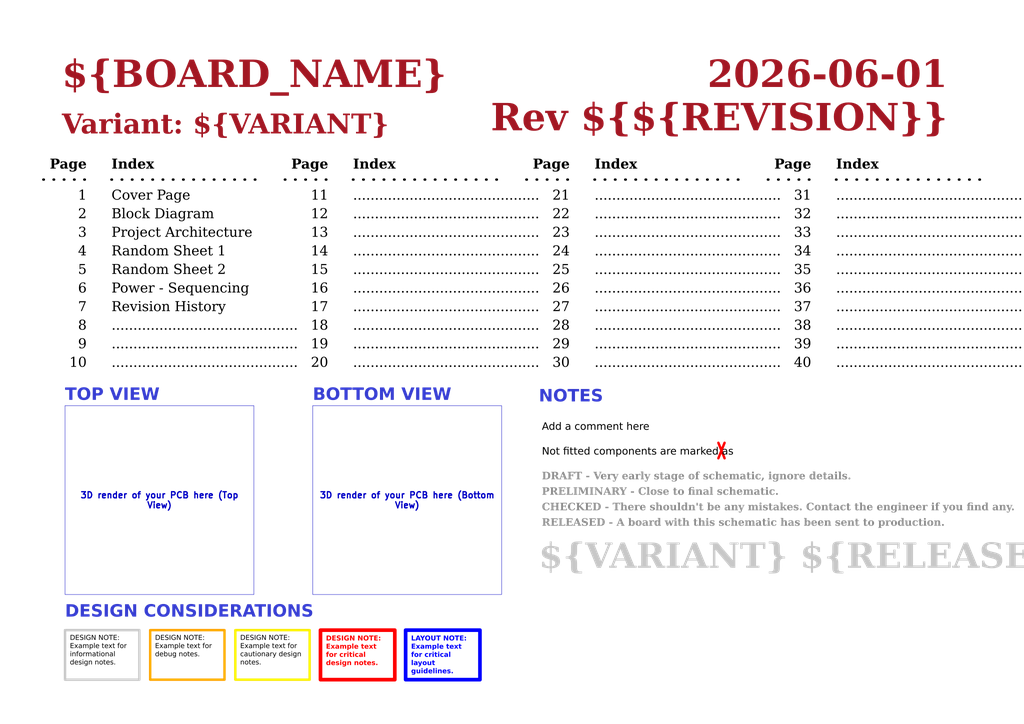
<source format=kicad_sch>
(kicad_sch
	(version 20250114)
	(generator "eeschema")
	(generator_version "9.0")
	(uuid "0650c7a8-acba-429c-9f8e-eec0baf0bc1c")
	(paper "A3")
	(title_block
		(title "Cover Page")
		(date "Last Modified Date")
		(rev "${REVISION}")
		(company "${COMPANY}")
	)
	(lib_symbols)
	(text "9"
		(exclude_from_sim no)
		(at 35.56 144.78 0)
		(effects
			(font
				(face "Times New Roman")
				(size 4 4)
				(color 0 0 0 1)
			)
			(justify right bottom)
			(href "#9")
		)
		(uuid "0171ecc8-df6f-418e-95ea-db73cf975716")
	)
	(text "BOTTOM VIEW"
		(exclude_from_sim no)
		(at 128.27 166.37 0)
		(effects
			(font
				(face "Arial")
				(size 5 5)
				(bold yes)
				(color 53 60 207 1)
			)
			(justify left bottom)
		)
		(uuid "041ff709-0f5e-466e-adab-d03afffd90b7")
	)
	(text "..........................................."
		(exclude_from_sim no)
		(at 243.84 99.06 0)
		(effects
			(font
				(face "Times New Roman")
				(size 4 4)
				(color 0 0 0 1)
			)
			(justify left bottom)
			(href "#23")
		)
		(uuid "0647f622-b644-4538-802a-42edf8cdccc5")
	)
	(text "13"
		(exclude_from_sim no)
		(at 134.62 99.06 0)
		(effects
			(font
				(face "Times New Roman")
				(size 4 4)
				(color 0 0 0 1)
			)
			(justify right bottom)
			(href "#13")
		)
		(uuid "09a9f005-609a-4854-9ba5-f5a5e7b8d7c7")
	)
	(text "RELEASED - A board with this schematic has been sent to production."
		(exclude_from_sim no)
		(at 222.25 217.17 0)
		(effects
			(font
				(face "Times New Roman")
				(size 3 3)
				(thickness 0.6)
				(bold yes)
				(color 140 140 140 1)
			)
			(justify left bottom)
		)
		(uuid "10cbc67f-d688-44d7-9e2b-bee41b99ad5c")
	)
	(text "Page"
		(exclude_from_sim no)
		(at 332.74 71.12 0)
		(effects
			(font
				(face "Times New Roman")
				(size 4 4)
				(bold yes)
				(color 0 0 0 1)
			)
			(justify right bottom)
		)
		(uuid "1b60c0cc-bf04-4615-8796-1ecc890b346a")
	)
	(text "TOP VIEW"
		(exclude_from_sim no)
		(at 26.67 166.37 0)
		(effects
			(font
				(face "Arial")
				(size 5 5)
				(bold yes)
				(color 53 60 207 1)
			)
			(justify left bottom)
		)
		(uuid "1c033b5c-f50d-4e0f-94c4-59e72fb244de")
	)
	(text "3"
		(exclude_from_sim no)
		(at 35.56 99.06 0)
		(effects
			(font
				(face "Times New Roman")
				(size 4 4)
				(color 0 0 0 1)
			)
			(justify right bottom)
			(href "#3")
		)
		(uuid "1dd16a1b-b3b8-42a1-b678-3a7b261e7284")
	)
	(text "38"
		(exclude_from_sim no)
		(at 332.74 137.16 0)
		(effects
			(font
				(face "Times New Roman")
				(size 4 4)
				(color 0 0 0 1)
			)
			(justify right bottom)
			(href "#38")
		)
		(uuid "2d20025d-61e4-451d-b51e-153fedc44d68")
	)
	(text "..........................................."
		(exclude_from_sim no)
		(at 45.72 152.4 0)
		(effects
			(font
				(face "Times New Roman")
				(size 4 4)
				(color 0 0 0 1)
			)
			(justify left bottom)
			(href "#10")
		)
		(uuid "2df49b6e-980f-4a01-ab23-c61ed27bd1b8")
	)
	(text "..........................................."
		(exclude_from_sim no)
		(at 45.72 144.78 0)
		(effects
			(font
				(face "Times New Roman")
				(size 4 4)
				(color 0 0 0 1)
			)
			(justify left bottom)
			(href "#9")
		)
		(uuid "319dfe95-cf7d-4b95-aa65-2f948d7bd6bc")
	)
	(text "..........................................."
		(exclude_from_sim no)
		(at 45.72 137.16 0)
		(effects
			(font
				(face "Times New Roman")
				(size 4 4)
				(color 0 0 0 1)
			)
			(justify left bottom)
			(href "#8")
		)
		(uuid "339f13bd-0896-43a1-925e-733e36e395bd")
	)
	(text "..........................................."
		(exclude_from_sim no)
		(at 144.78 121.92 0)
		(effects
			(font
				(face "Times New Roman")
				(size 4 4)
				(color 0 0 0 1)
			)
			(justify left bottom)
			(href "#16")
		)
		(uuid "34c28277-d6a5-4104-8740-b78485a8ff4c")
	)
	(text "1"
		(exclude_from_sim no)
		(at 35.56 83.82 0)
		(effects
			(font
				(face "Times New Roman")
				(size 4 4)
				(color 0 0 0 1)
			)
			(justify right bottom)
			(href "#1")
		)
		(uuid "3691ab49-6c05-4886-869a-12221f52fdee")
	)
	(text "Not fitted components are marked as"
		(exclude_from_sim no)
		(at 222.25 187.96 0)
		(effects
			(font
				(face "Arial")
				(size 3 3)
				(color 0 0 0 1)
			)
			(justify left bottom)
		)
		(uuid "3e121d9b-11e9-4895-9779-ade93d5b2a88")
	)
	(text "..........................................."
		(exclude_from_sim no)
		(at 243.84 152.4 0)
		(effects
			(font
				(face "Times New Roman")
				(size 4 4)
				(color 0 0 0 1)
			)
			(justify left bottom)
			(href "#30")
		)
		(uuid "41bb0f90-1135-4d50-9d44-9fb04444ecf6")
	)
	(text "Index"
		(exclude_from_sim no)
		(at 45.72 71.12 0)
		(effects
			(font
				(face "Times New Roman")
				(size 4 4)
				(bold yes)
				(color 0 0 0 1)
			)
			(justify left bottom)
		)
		(uuid "44841f0e-187c-41b9-a570-9f74973319c9")
	)
	(text "..........................................."
		(exclude_from_sim no)
		(at 144.78 99.06 0)
		(effects
			(font
				(face "Times New Roman")
				(size 4 4)
				(color 0 0 0 1)
			)
			(justify left bottom)
			(href "#13")
		)
		(uuid "461ef4aa-5f24-4935-a427-92bbc78a05f3")
	)
	(text "Index"
		(exclude_from_sim no)
		(at 144.78 71.12 0)
		(effects
			(font
				(face "Times New Roman")
				(size 4 4)
				(bold yes)
				(color 0 0 0 1)
			)
			(justify left bottom)
		)
		(uuid "4773b195-e777-483d-bd5a-5b18be14b485")
	)
	(text "27"
		(exclude_from_sim no)
		(at 233.68 129.54 0)
		(effects
			(font
				(face "Times New Roman")
				(size 4 4)
				(color 0 0 0 1)
			)
			(justify right bottom)
			(href "#27")
		)
		(uuid "47e5ef3a-a936-4417-8e04-a70df1a04676")
	)
	(text "15"
		(exclude_from_sim no)
		(at 134.62 114.3 0)
		(effects
			(font
				(face "Times New Roman")
				(size 4 4)
				(color 0 0 0 1)
			)
			(justify right bottom)
			(href "#15")
		)
		(uuid "48cae9b2-9935-4ee2-a962-685c04325434")
	)
	(text "6"
		(exclude_from_sim no)
		(at 35.56 121.92 0)
		(effects
			(font
				(face "Times New Roman")
				(size 4 4)
				(color 0 0 0 1)
			)
			(justify right bottom)
			(href "#6")
		)
		(uuid "4aa9b67c-c657-48d1-abb0-497faf20008a")
	)
	(text "PRELIMINARY - Close to final schematic."
		(exclude_from_sim no)
		(at 222.25 204.47 0)
		(effects
			(font
				(face "Times New Roman")
				(size 3 3)
				(thickness 0.6)
				(bold yes)
				(color 140 140 140 1)
			)
			(justify left bottom)
		)
		(uuid "4b75d6be-e2b4-4862-a5fd-f3239bff6734")
	)
	(text "24"
		(exclude_from_sim no)
		(at 233.68 106.68 0)
		(effects
			(font
				(face "Times New Roman")
				(size 4 4)
				(color 0 0 0 1)
			)
			(justify right bottom)
			(href "#24")
		)
		(uuid "4d10b8f7-ee9d-4539-987e-2871a213b2d6")
	)
	(text "${VARIANT} ${RELEASE_DATE}"
		(exclude_from_sim no)
		(at 220.98 237.49 0)
		(effects
			(font
				(face "Times New Roman")
				(size 10.16 10.16)
				(thickness 0.6)
				(bold yes)
				(color 200 200 200 1)
			)
			(justify left bottom)
		)
		(uuid "4f144e11-d681-45f3-b92d-dea6c28023e4")
	)
	(text "Page"
		(exclude_from_sim no)
		(at 35.56 71.12 0)
		(effects
			(font
				(face "Times New Roman")
				(size 4 4)
				(bold yes)
				(color 0 0 0 1)
			)
			(justify right bottom)
		)
		(uuid "5216de6a-28ab-4e49-a422-9fd32d8fed67")
	)
	(text "Random Sheet 1"
		(exclude_from_sim no)
		(at 45.72 106.68 0)
		(effects
			(font
				(face "Times New Roman")
				(size 4 4)
				(color 0 0 0 1)
			)
			(justify left bottom)
			(href "#4")
		)
		(uuid "547bb3ec-bec4-4b68-a38e-2ac56be29bd3")
	)
	(text "..........................................."
		(exclude_from_sim no)
		(at 243.84 129.54 0)
		(effects
			(font
				(face "Times New Roman")
				(size 4 4)
				(color 0 0 0 1)
			)
			(justify left bottom)
			(href "#27")
		)
		(uuid "598c6218-39d7-40a8-878a-842531c6a754")
	)
	(text "8"
		(exclude_from_sim no)
		(at 35.56 137.16 0)
		(effects
			(font
				(face "Times New Roman")
				(size 4 4)
				(color 0 0 0 1)
			)
			(justify right bottom)
			(href "#8")
		)
		(uuid "5dd35c87-2aeb-4c16-ab79-fbda71c4347a")
	)
	(text "14"
		(exclude_from_sim no)
		(at 134.62 106.68 0)
		(effects
			(font
				(face "Times New Roman")
				(size 4 4)
				(color 0 0 0 1)
			)
			(justify right bottom)
			(href "#14")
		)
		(uuid "5e529423-56be-4ad0-9794-38b960fa0634")
	)
	(text "..........................................."
		(exclude_from_sim no)
		(at 342.9 137.16 0)
		(effects
			(font
				(face "Times New Roman")
				(size 4 4)
				(color 0 0 0 1)
			)
			(justify left bottom)
			(href "#38")
		)
		(uuid "5ec61f31-3c66-4623-97e5-d26d3b9bb1be")
	)
	(text "..........................................."
		(exclude_from_sim no)
		(at 342.9 152.4 0)
		(effects
			(font
				(face "Times New Roman")
				(size 4 4)
				(color 0 0 0 1)
			)
			(justify left bottom)
			(href "#40")
		)
		(uuid "65f25bf1-cc7d-4807-9afa-0a0ac612f9b3")
	)
	(text "23"
		(exclude_from_sim no)
		(at 233.68 99.06 0)
		(effects
			(font
				(face "Times New Roman")
				(size 4 4)
				(color 0 0 0 1)
			)
			(justify right bottom)
			(href "#23")
		)
		(uuid "68aaa364-f788-45fb-b731-7b1eda7a6c6c")
	)
	(text "Index"
		(exclude_from_sim no)
		(at 243.84 71.12 0)
		(effects
			(font
				(face "Times New Roman")
				(size 4 4)
				(bold yes)
				(color 0 0 0 1)
			)
			(justify left bottom)
		)
		(uuid "6eee427d-5608-4f64-99d8-6d8e4391a6b0")
	)
	(text "..........................................."
		(exclude_from_sim no)
		(at 342.9 91.44 0)
		(effects
			(font
				(face "Times New Roman")
				(size 4 4)
				(color 0 0 0 1)
			)
			(justify left bottom)
			(href "#32")
		)
		(uuid "71058a62-023a-4e0a-b0c4-c0fb8bf95cc8")
	)
	(text "5"
		(exclude_from_sim no)
		(at 35.56 114.3 0)
		(effects
			(font
				(face "Times New Roman")
				(size 4 4)
				(color 0 0 0 1)
			)
			(justify right bottom)
			(href "#5")
		)
		(uuid "718e4830-a352-43f0-b9c5-1495032b5970")
	)
	(text "${CURRENT_DATE}"
		(exclude_from_sim no)
		(at 388.62 40.64 0)
		(effects
			(font
				(face "Times New Roman")
				(size 11 11)
				(thickness 1)
				(bold yes)
				(color 162 22 34 1)
			)
			(justify right bottom)
		)
		(uuid "752b8016-2b6c-433a-9e5a-755eac1f800d")
	)
	(text "26"
		(exclude_from_sim no)
		(at 233.68 121.92 0)
		(effects
			(font
				(face "Times New Roman")
				(size 4 4)
				(color 0 0 0 1)
			)
			(justify right bottom)
			(href "#26")
		)
		(uuid "78da4ba2-8c96-4e51-9a03-b14367dceea0")
	)
	(text "16"
		(exclude_from_sim no)
		(at 134.62 121.92 0)
		(effects
			(font
				(face "Times New Roman")
				(size 4 4)
				(color 0 0 0 1)
			)
			(justify right bottom)
			(href "#16")
		)
		(uuid "7a577aea-9c53-4431-8f38-6cd521e907d0")
	)
	(text "10"
		(exclude_from_sim no)
		(at 35.56 152.4 0)
		(effects
			(font
				(face "Times New Roman")
				(size 4 4)
				(color 0 0 0 1)
			)
			(justify right bottom)
			(href "#10")
		)
		(uuid "7caa34f0-df91-4ed4-bb8e-ff81315f8c93")
	)
	(text "35"
		(exclude_from_sim no)
		(at 332.74 114.3 0)
		(effects
			(font
				(face "Times New Roman")
				(size 4 4)
				(color 0 0 0 1)
			)
			(justify right bottom)
			(href "#35")
		)
		(uuid "7d4a16f6-fc91-424a-bffd-707dc25afa40")
	)
	(text "18"
		(exclude_from_sim no)
		(at 134.62 137.16 0)
		(effects
			(font
				(face "Times New Roman")
				(size 4 4)
				(color 0 0 0 1)
			)
			(justify right bottom)
			(href "#18")
		)
		(uuid "7d4de17d-b484-45d2-95af-1050fc297950")
	)
	(text "33"
		(exclude_from_sim no)
		(at 332.74 99.06 0)
		(effects
			(font
				(face "Times New Roman")
				(size 4 4)
				(color 0 0 0 1)
			)
			(justify right bottom)
			(href "#33")
		)
		(uuid "7fd97343-03c5-4f22-a59e-bc2d9fd9af23")
	)
	(text "Variant: ${VARIANT}"
		(exclude_from_sim no)
		(at 25.4 58.42 0)
		(effects
			(font
				(face "Times New Roman")
				(size 8 8)
				(thickness 1)
				(bold yes)
				(color 162 22 34 1)
			)
			(justify left bottom)
		)
		(uuid "832c6231-94ea-4718-8f70-96006b71efdf")
	)
	(text "4"
		(exclude_from_sim no)
		(at 35.56 106.68 0)
		(effects
			(font
				(face "Times New Roman")
				(size 4 4)
				(color 0 0 0 1)
			)
			(justify right bottom)
			(href "#4")
		)
		(uuid "8d802a1e-8c90-4592-9cec-00ce1173b8bd")
	)
	(text "11"
		(exclude_from_sim no)
		(at 134.62 83.82 0)
		(effects
			(font
				(face "Times New Roman")
				(size 4 4)
				(color 0 0 0 1)
			)
			(justify right bottom)
			(href "#11")
		)
		(uuid "8d827c06-285c-46bc-8024-d46f4098d9e5")
	)
	(text "Rev ${REVISION}"
		(exclude_from_sim no)
		(at 388.62 58.42 0)
		(effects
			(font
				(face "Times New Roman")
				(size 11 11)
				(thickness 1)
				(bold yes)
				(color 162 22 34 1)
			)
			(justify right bottom)
		)
		(uuid "9008c96f-82fa-4b3f-88a3-9ae35f59090b")
	)
	(text "..........................................."
		(exclude_from_sim no)
		(at 243.84 106.68 0)
		(effects
			(font
				(face "Times New Roman")
				(size 4 4)
				(color 0 0 0 1)
			)
			(justify left bottom)
			(href "#24")
		)
		(uuid "91ef4a1a-faaf-4d16-b090-6e6451092c3a")
	)
	(text "28"
		(exclude_from_sim no)
		(at 233.68 137.16 0)
		(effects
			(font
				(face "Times New Roman")
				(size 4 4)
				(color 0 0 0 1)
			)
			(justify right bottom)
			(href "#28")
		)
		(uuid "9310b062-10e2-49af-a22c-1c9854a7f3f0")
	)
	(text "..........................................."
		(exclude_from_sim no)
		(at 243.84 144.78 0)
		(effects
			(font
				(face "Times New Roman")
				(size 4 4)
				(color 0 0 0 1)
			)
			(justify left bottom)
			(href "#29")
		)
		(uuid "93713c73-3aba-4b0b-9f3c-b37ab3721f94")
	)
	(text "..........................................."
		(exclude_from_sim no)
		(at 243.84 91.44 0)
		(effects
			(font
				(face "Times New Roman")
				(size 4 4)
				(color 0 0 0 1)
			)
			(justify left bottom)
			(href "#22")
		)
		(uuid "93b242cb-0b6a-48cc-a920-659ba5a2d4b9")
	)
	(text "..........................................."
		(exclude_from_sim no)
		(at 342.9 144.78 0)
		(effects
			(font
				(face "Times New Roman")
				(size 4 4)
				(color 0 0 0 1)
			)
			(justify left bottom)
			(href "#39")
		)
		(uuid "9413d17b-fd74-4a56-8014-ec2904184d8a")
	)
	(text "Random Sheet 2"
		(exclude_from_sim no)
		(at 45.72 114.3 0)
		(effects
			(font
				(face "Times New Roman")
				(size 4 4)
				(color 0 0 0 1)
			)
			(justify left bottom)
			(href "#5")
		)
		(uuid "9413d28a-c2b4-4d73-ae2d-68b4717d1b67")
	)
	(text "Page"
		(exclude_from_sim no)
		(at 233.68 71.12 0)
		(effects
			(font
				(face "Times New Roman")
				(size 4 4)
				(bold yes)
				(color 0 0 0 1)
			)
			(justify right bottom)
		)
		(uuid "959ea2a5-595d-4c64-a44e-f0c1c6497852")
	)
	(text "..........................................."
		(exclude_from_sim no)
		(at 144.78 144.78 0)
		(effects
			(font
				(face "Times New Roman")
				(size 4 4)
				(color 0 0 0 1)
			)
			(justify left bottom)
			(href "#19")
		)
		(uuid "9d747571-2a3a-41dd-b7ab-0c07afaa5df1")
	)
	(text "..........................................."
		(exclude_from_sim no)
		(at 144.78 83.82 0)
		(effects
			(font
				(face "Times New Roman")
				(size 4 4)
				(color 0 0 0 1)
			)
			(justify left bottom)
			(href "#11")
		)
		(uuid "9e3e9ac8-468f-4f09-9650-682992859fd0")
	)
	(text "..........................................."
		(exclude_from_sim no)
		(at 144.78 129.54 0)
		(effects
			(font
				(face "Times New Roman")
				(size 4 4)
				(color 0 0 0 1)
			)
			(justify left bottom)
			(href "#17")
		)
		(uuid "a2bb1bed-8e4e-4038-8b4e-99f9457f4c30")
	)
	(text "31"
		(exclude_from_sim no)
		(at 332.74 83.82 0)
		(effects
			(font
				(face "Times New Roman")
				(size 4 4)
				(color 0 0 0 1)
			)
			(justify right bottom)
			(href "#31")
		)
		(uuid "a8eb70a2-f43e-480c-afdf-7e91507527a7")
	)
	(text "36"
		(exclude_from_sim no)
		(at 332.74 121.92 0)
		(effects
			(font
				(face "Times New Roman")
				(size 4 4)
				(color 0 0 0 1)
			)
			(justify right bottom)
			(href "#36")
		)
		(uuid "a95a57c3-0ec4-4b96-8edf-d46ee18a4a8e")
	)
	(text "..........................................."
		(exclude_from_sim no)
		(at 243.84 137.16 0)
		(effects
			(font
				(face "Times New Roman")
				(size 4 4)
				(color 0 0 0 1)
			)
			(justify left bottom)
			(href "#28")
		)
		(uuid "ad40278e-f3e6-4c25-8fa4-1f4e3918f822")
	)
	(text "22"
		(exclude_from_sim no)
		(at 233.68 91.44 0)
		(effects
			(font
				(face "Times New Roman")
				(size 4 4)
				(color 0 0 0 1)
			)
			(justify right bottom)
			(href "#22")
		)
		(uuid "ada746a9-1ac8-4ba5-b1f0-e040d6c0fa14")
	)
	(text "..........................................."
		(exclude_from_sim no)
		(at 144.78 114.3 0)
		(effects
			(font
				(face "Times New Roman")
				(size 4 4)
				(color 0 0 0 1)
			)
			(justify left bottom)
			(href "#15")
		)
		(uuid "ae6c0242-f9a8-4717-86dd-2d27e5dc9018")
	)
	(text "..........................................."
		(exclude_from_sim no)
		(at 342.9 83.82 0)
		(effects
			(font
				(face "Times New Roman")
				(size 4 4)
				(color 0 0 0 1)
			)
			(justify left bottom)
			(href "#31")
		)
		(uuid "b39085c9-1ebe-4dab-a6c1-54ab08707fbf")
	)
	(text "25"
		(exclude_from_sim no)
		(at 233.68 114.3 0)
		(effects
			(font
				(face "Times New Roman")
				(size 4 4)
				(color 0 0 0 1)
			)
			(justify right bottom)
			(href "#25")
		)
		(uuid "b3f10ccd-dd30-4e1a-9a39-191e590211cc")
	)
	(text "${BOARD_NAME}"
		(exclude_from_sim no)
		(at 25.4 40.64 0)
		(effects
			(font
				(face "Times New Roman")
				(size 11 11)
				(thickness 1)
				(bold yes)
				(color 162 22 34 1)
			)
			(justify left bottom)
		)
		(uuid "b5491481-138f-4748-8f60-dc51e3284b98")
	)
	(text "..........................................."
		(exclude_from_sim no)
		(at 243.84 121.92 0)
		(effects
			(font
				(face "Times New Roman")
				(size 4 4)
				(color 0 0 0 1)
			)
			(justify left bottom)
			(href "#26")
		)
		(uuid "b55022f1-bde3-45d1-ab63-474a18aef763")
	)
	(text "..........................................."
		(exclude_from_sim no)
		(at 342.9 106.68 0)
		(effects
			(font
				(face "Times New Roman")
				(size 4 4)
				(color 0 0 0 1)
			)
			(justify left bottom)
			(href "#34")
		)
		(uuid "b5c8bc07-6a7e-4ec3-955b-9e6a13622c4e")
	)
	(text "37"
		(exclude_from_sim no)
		(at 332.74 129.54 0)
		(effects
			(font
				(face "Times New Roman")
				(size 4 4)
				(color 0 0 0 1)
			)
			(justify right bottom)
			(href "#37")
		)
		(uuid "baff535e-40df-4979-8ad1-9d6e8282e1a0")
	)
	(text "Page"
		(exclude_from_sim no)
		(at 134.62 71.12 0)
		(effects
			(font
				(face "Times New Roman")
				(size 4 4)
				(bold yes)
				(color 0 0 0 1)
			)
			(justify right bottom)
		)
		(uuid "beb5ee3d-ad62-4c0c-ab18-390f8e3c78c4")
	)
	(text "DRAFT - Very early stage of schematic, ignore details."
		(exclude_from_sim no)
		(at 222.25 198.12 0)
		(effects
			(font
				(face "Times New Roman")
				(size 3 3)
				(thickness 0.6)
				(bold yes)
				(color 140 140 140 1)
			)
			(justify left bottom)
		)
		(uuid "c1828499-d221-4dc2-9c7b-c9d850654d5e")
	)
	(text "..........................................."
		(exclude_from_sim no)
		(at 144.78 106.68 0)
		(effects
			(font
				(face "Times New Roman")
				(size 4 4)
				(color 0 0 0 1)
			)
			(justify left bottom)
			(href "#14")
		)
		(uuid "c492727f-a5a2-4efb-9f13-b55fb4c5125a")
	)
	(text "Index"
		(exclude_from_sim no)
		(at 342.9 71.12 0)
		(effects
			(font
				(face "Times New Roman")
				(size 4 4)
				(bold yes)
				(color 0 0 0 1)
			)
			(justify left bottom)
		)
		(uuid "c52bc9e5-2c42-41e6-ae08-fabef868928a")
	)
	(text "Power - Sequencing"
		(exclude_from_sim no)
		(at 45.72 121.92 0)
		(effects
			(font
				(face "Times New Roman")
				(size 4 4)
				(color 0 0 0 1)
			)
			(justify left bottom)
			(href "#6")
		)
		(uuid "c787ff5d-5d58-4a12-8967-dc99673505b9")
	)
	(text "..........................................."
		(exclude_from_sim no)
		(at 342.9 121.92 0)
		(effects
			(font
				(face "Times New Roman")
				(size 4 4)
				(color 0 0 0 1)
			)
			(justify left bottom)
			(href "#36")
		)
		(uuid "c8a13f8e-6347-4971-97e9-3bbacc8fb0b5")
	)
	(text "..........................................."
		(exclude_from_sim no)
		(at 342.9 114.3 0)
		(effects
			(font
				(face "Times New Roman")
				(size 4 4)
				(color 0 0 0 1)
			)
			(justify left bottom)
			(href "#35")
		)
		(uuid "c932f64b-e011-46ca-8efc-bb2f186e8b13")
	)
	(text "Block Diagram"
		(exclude_from_sim no)
		(at 45.72 91.44 0)
		(effects
			(font
				(face "Times New Roman")
				(size 4 4)
				(color 0 0 0 1)
			)
			(justify left bottom)
			(href "#2")
		)
		(uuid "caeb7f52-f34e-4432-b129-9207069a1ad5")
	)
	(text "19"
		(exclude_from_sim no)
		(at 134.62 144.78 0)
		(effects
			(font
				(face "Times New Roman")
				(size 4 4)
				(color 0 0 0 1)
			)
			(justify right bottom)
			(href "#19")
		)
		(uuid "cbf7eaea-8009-4ccd-9079-9d687b9a3603")
	)
	(text "30"
		(exclude_from_sim no)
		(at 233.68 152.4 0)
		(effects
			(font
				(face "Times New Roman")
				(size 4 4)
				(color 0 0 0 1)
			)
			(justify right bottom)
			(href "#30")
		)
		(uuid "cea38a57-40f7-465f-b054-ff626e3218d0")
	)
	(text "7"
		(exclude_from_sim no)
		(at 35.56 129.54 0)
		(effects
			(font
				(face "Times New Roman")
				(size 4 4)
				(color 0 0 0 1)
			)
			(justify right bottom)
			(href "#7")
		)
		(uuid "cf9779c0-4a62-4a6f-9127-07f6919e9e8d")
	)
	(text "..........................................."
		(exclude_from_sim no)
		(at 243.84 114.3 0)
		(effects
			(font
				(face "Times New Roman")
				(size 4 4)
				(color 0 0 0 1)
			)
			(justify left bottom)
			(href "#25")
		)
		(uuid "d06fb69a-43a5-466c-8174-3edde239a7c0")
	)
	(text "12"
		(exclude_from_sim no)
		(at 134.62 91.44 0)
		(effects
			(font
				(face "Times New Roman")
				(size 4 4)
				(color 0 0 0 1)
			)
			(justify right bottom)
			(href "#12")
		)
		(uuid "d450aa41-7115-44ab-9cc7-2fa118545b00")
	)
	(text "21"
		(exclude_from_sim no)
		(at 233.68 83.82 0)
		(effects
			(font
				(face "Times New Roman")
				(size 4 4)
				(color 0 0 0 1)
			)
			(justify right bottom)
			(href "#21")
		)
		(uuid "d7ac5948-93ba-4038-95c3-cb73c27df74a")
	)
	(text "Add a comment here"
		(exclude_from_sim no)
		(at 222.25 177.8 0)
		(effects
			(font
				(face "Arial")
				(size 3 3)
				(color 0 0 0 1)
			)
			(justify left bottom)
		)
		(uuid "d8d8425a-4141-4ddb-8e75-262db2d23ce8")
	)
	(text "2"
		(exclude_from_sim no)
		(at 35.56 91.44 0)
		(effects
			(font
				(face "Times New Roman")
				(size 4 4)
				(color 0 0 0 1)
			)
			(justify right bottom)
			(href "#2")
		)
		(uuid "dca5e168-6a76-4eb2-b335-e6c030ded824")
	)
	(text "39"
		(exclude_from_sim no)
		(at 332.74 144.78 0)
		(effects
			(font
				(face "Times New Roman")
				(size 4 4)
				(color 0 0 0 1)
			)
			(justify right bottom)
			(href "#39")
		)
		(uuid "e216870b-45fe-49b3-8e55-d9668eb9df44")
	)
	(text "..........................................."
		(exclude_from_sim no)
		(at 144.78 137.16 0)
		(effects
			(font
				(face "Times New Roman")
				(size 4 4)
				(color 0 0 0 1)
			)
			(justify left bottom)
			(href "#18")
		)
		(uuid "e518f3ad-92c7-4755-8883-22916bfc7d1f")
	)
	(text "..........................................."
		(exclude_from_sim no)
		(at 342.9 99.06 0)
		(effects
			(font
				(face "Times New Roman")
				(size 4 4)
				(color 0 0 0 1)
			)
			(justify left bottom)
			(href "#33")
		)
		(uuid "e5564811-ffd2-4bd9-9644-ff1dc80ebf87")
	)
	(text "..........................................."
		(exclude_from_sim no)
		(at 144.78 152.4 0)
		(effects
			(font
				(face "Times New Roman")
				(size 4 4)
				(color 0 0 0 1)
			)
			(justify left bottom)
			(href "#20")
		)
		(uuid "e58de9a8-7551-4002-91cc-eb758bb6876c")
	)
	(text "34"
		(exclude_from_sim no)
		(at 332.74 106.68 0)
		(effects
			(font
				(face "Times New Roman")
				(size 4 4)
				(color 0 0 0 1)
			)
			(justify right bottom)
			(href "#34")
		)
		(uuid "e60ef77b-a7db-4a46-901f-5793e4acc58b")
	)
	(text "29"
		(exclude_from_sim no)
		(at 233.68 144.78 0)
		(effects
			(font
				(face "Times New Roman")
				(size 4 4)
				(color 0 0 0 1)
			)
			(justify right bottom)
			(href "#29")
		)
		(uuid "e83f0c3e-ac1d-4432-a8de-ba5a2be8aa4a")
	)
	(text "Cover Page"
		(exclude_from_sim no)
		(at 45.72 83.82 0)
		(effects
			(font
				(face "Times New Roman")
				(size 4 4)
				(color 0 0 0 1)
			)
			(justify left bottom)
			(href "#1")
		)
		(uuid "e9964413-67ff-4f53-b58c-608277db6779")
	)
	(text "NOTES"
		(exclude_from_sim no)
		(at 220.98 167.005 0)
		(effects
			(font
				(face "Arial")
				(size 5 5)
				(bold yes)
				(color 53 60 207 1)
			)
			(justify left bottom)
		)
		(uuid "ecd14d51-7267-460d-9460-6bae137b0c37")
	)
	(text "..........................................."
		(exclude_from_sim no)
		(at 144.78 91.44 0)
		(effects
			(font
				(face "Times New Roman")
				(size 4 4)
				(color 0 0 0 1)
			)
			(justify left bottom)
			(href "#12")
		)
		(uuid "ecd5e3bc-c1c8-4595-a242-64b07df33fd4")
	)
	(text "Project Architecture"
		(exclude_from_sim no)
		(at 45.72 99.06 0)
		(effects
			(font
				(face "Times New Roman")
				(size 4 4)
				(color 0 0 0 1)
			)
			(justify left bottom)
			(href "#3")
		)
		(uuid "ed9f4e44-7881-47b3-83af-17eb3de0e161")
	)
	(text "CHECKED - There shouldn't be any mistakes. Contact the engineer if you find any."
		(exclude_from_sim no)
		(at 222.25 210.82 0)
		(effects
			(font
				(face "Times New Roman")
				(size 3 3)
				(thickness 0.6)
				(bold yes)
				(color 140 140 140 1)
			)
			(justify left bottom)
		)
		(uuid "ee4bfbd2-ceac-40c9-847b-b15b18b07c08")
	)
	(text "..........................................."
		(exclude_from_sim no)
		(at 243.84 83.82 0)
		(effects
			(font
				(face "Times New Roman")
				(size 4 4)
				(color 0 0 0 1)
			)
			(justify left bottom)
			(href "#21")
		)
		(uuid "f14c049f-0636-49aa-a70f-0262bf1a57bc")
	)
	(text "20"
		(exclude_from_sim no)
		(at 134.62 152.4 0)
		(effects
			(font
				(face "Times New Roman")
				(size 4 4)
				(color 0 0 0 1)
			)
			(justify right bottom)
			(href "#20")
		)
		(uuid "f17fa600-4ea0-4482-a965-d781b27fd052")
	)
	(text "32"
		(exclude_from_sim no)
		(at 332.74 91.44 0)
		(effects
			(font
				(face "Times New Roman")
				(size 4 4)
				(color 0 0 0 1)
			)
			(justify right bottom)
			(href "#32")
		)
		(uuid "f7f416e4-86a9-4d8f-ac0d-80443c165632")
	)
	(text "..........................................."
		(exclude_from_sim no)
		(at 342.9 129.54 0)
		(effects
			(font
				(face "Times New Roman")
				(size 4 4)
				(color 0 0 0 1)
			)
			(justify left bottom)
			(href "#37")
		)
		(uuid "f8fd86d8-ca92-4fd2-9536-487e6832d844")
	)
	(text "DESIGN CONSIDERATIONS"
		(exclude_from_sim no)
		(at 26.67 255.27 0)
		(effects
			(font
				(face "Arial")
				(size 5 5)
				(bold yes)
				(color 53 60 207 1)
			)
			(justify left bottom)
		)
		(uuid "fb09f930-25b6-4039-89ae-42d9d443b49d")
	)
	(text "40"
		(exclude_from_sim no)
		(at 332.74 152.4 0)
		(effects
			(font
				(face "Times New Roman")
				(size 4 4)
				(color 0 0 0 1)
			)
			(justify right bottom)
			(href "#40")
		)
		(uuid "fe1f4464-8466-41a3-95c1-bacdc38614fb")
	)
	(text "Revision History"
		(exclude_from_sim no)
		(at 45.72 129.54 0)
		(effects
			(font
				(face "Times New Roman")
				(size 4 4)
				(color 0 0 0 1)
			)
			(justify left bottom)
			(href "#7")
		)
		(uuid "ff95cd70-408a-4656-b808-dabd546affbd")
	)
	(text "17"
		(exclude_from_sim no)
		(at 134.62 129.54 0)
		(effects
			(font
				(face "Times New Roman")
				(size 4 4)
				(color 0 0 0 1)
			)
			(justify right bottom)
			(href "#17")
		)
		(uuid "ffcd9e5c-5c93-423a-9ccc-e0af67821852")
	)
	(text_box "3D render of your PCB here (Bottom View)"
		(exclude_from_sim no)
		(at 128.27 166.37 0)
		(size 77.47 77.47)
		(margins 1.905 1.905 1.905 1.905)
		(stroke
			(width 0)
			(type default)
		)
		(fill
			(type none)
		)
		(effects
			(font
				(size 2.54 2.54)
				(thickness 0.508)
				(bold yes)
			)
		)
		(uuid "0c38d11f-bb11-46db-a91c-ebc0b30e95f5")
	)
	(text_box "3D render of your PCB here (Top View)"
		(exclude_from_sim no)
		(at 26.67 166.37 0)
		(size 77.47 77.47)
		(margins 1.905 1.905 1.905 1.905)
		(stroke
			(width 0)
			(type default)
		)
		(fill
			(type none)
		)
		(effects
			(font
				(size 2.54 2.54)
				(thickness 0.508)
				(bold yes)
			)
		)
		(uuid "2d015f2a-bc39-4866-bbd9-40b03d497a26")
	)
	(text_box "Metadata can be set in File → Schematic Setup → Project → Text Variables"
		(exclude_from_sim no)
		(at 8.89 300.99 0)
		(size 119.38 6.35)
		(margins 1.9049 1.9049 1.9049 1.9049)
		(stroke
			(width -0.0001)
			(type default)
		)
		(fill
			(type none)
		)
		(effects
			(font
				(size 2.54 2.54)
				(thickness 0.381)
				(bold yes)
				(color 0 0 0 1)
			)
			(justify right top)
		)
		(uuid "4d4fc8f9-28d9-4b33-b78d-b00f0a2b33ca")
	)
	(text_box "DESIGN NOTE:\nExample text for informational design notes."
		(exclude_from_sim no)
		(at 26.67 258.445 0)
		(size 30.48 20.32)
		(margins 2 2 2 2)
		(stroke
			(width 1)
			(type solid)
			(color 200 200 200 1)
		)
		(fill
			(type none)
		)
		(effects
			(font
				(face "Arial")
				(size 2 2)
				(color 0 0 0 1)
			)
			(justify left top)
		)
		(uuid "60b6a08c-a542-468e-b79f-aa4a2aa0e9e7")
	)
	(text_box "LAYOUT NOTE:\nExample text for critical layout guidelines."
		(exclude_from_sim no)
		(at 166.37 258.445 0)
		(size 30.48 20.32)
		(margins 2.25 2.25 2.25 2.25)
		(stroke
			(width 1.5)
			(type solid)
			(color 0 0 255 1)
		)
		(fill
			(type none)
		)
		(effects
			(font
				(face "Arial")
				(size 2 2)
				(thickness 0.4)
				(bold yes)
				(color 0 0 255 1)
			)
			(justify left top)
		)
		(uuid "b2648603-9b19-4c01-9621-49d92c5b8a6e")
	)
	(text_box "DESIGN NOTE:\nExample text for cautionary design notes."
		(exclude_from_sim no)
		(at 96.52 258.445 0)
		(size 30.48 20.32)
		(margins 2 2 2 2)
		(stroke
			(width 1)
			(type solid)
			(color 250 236 0 1)
		)
		(fill
			(type none)
		)
		(effects
			(font
				(face "Arial")
				(size 2 2)
				(color 0 0 0 1)
			)
			(justify left top)
		)
		(uuid "c7ec7f64-f5b0-4d3e-9743-7d40c3e23ecf")
	)
	(text_box "DESIGN NOTE:\nExample text for debug notes."
		(exclude_from_sim no)
		(at 61.595 258.445 0)
		(size 30.48 20.32)
		(margins 2 2 2 2)
		(stroke
			(width 1)
			(type solid)
			(color 255 165 0 1)
		)
		(fill
			(type none)
		)
		(effects
			(font
				(face "Arial")
				(size 2 2)
				(color 0 0 0 1)
			)
			(justify left top)
		)
		(uuid "c8bf2561-6ede-45f0-9b2e-12af2dfee13b")
	)
	(text_box "DESIGN NOTE:\nExample text for critical design notes."
		(exclude_from_sim no)
		(at 131.445 258.445 0)
		(size 30.48 20.32)
		(margins 2.25 2.25 2.25 2.25)
		(stroke
			(width 1.5)
			(type solid)
			(color 255 0 0 1)
		)
		(fill
			(type none)
		)
		(effects
			(font
				(face "Arial")
				(size 2 2)
				(thickness 0.4)
				(bold yes)
				(color 255 0 0 1)
			)
			(justify left top)
		)
		(uuid "d03e1008-e371-461f-a9f2-320d8a2b7341")
	)
	(polyline
		(pts
			(xy 215.9 73.66) (xy 233.68 73.66)
		)
		(stroke
			(width 1)
			(type dot)
			(color 0 0 0 1)
		)
		(uuid "024689d9-b8ca-41ae-b55d-6ff207f6e101")
	)
	(polyline
		(pts
			(xy 297.18 181.61) (xy 294.64 187.96)
		)
		(stroke
			(width 1)
			(type default)
			(color 255 0 0 1)
		)
		(uuid "4ae2cac4-7676-4a8d-91c4-c6c6f4585019")
	)
	(polyline
		(pts
			(xy 45.72 73.66) (xy 106.68 73.66)
		)
		(stroke
			(width 1)
			(type dot)
			(color 0 0 0 1)
		)
		(uuid "594379bc-c052-4d2e-996b-8b5c1a0857fd")
	)
	(polyline
		(pts
			(xy 342.9 73.66) (xy 403.86 73.66)
		)
		(stroke
			(width 1)
			(type dot)
			(color 0 0 0 1)
		)
		(uuid "8ca04e4f-914f-46ae-b7bb-c241f34f0be3")
	)
	(polyline
		(pts
			(xy 243.84 73.66) (xy 304.8 73.66)
		)
		(stroke
			(width 1)
			(type dot)
			(color 0 0 0 1)
		)
		(uuid "90aedf20-3619-4eea-9142-e5201cfa9329")
	)
	(polyline
		(pts
			(xy 116.84 73.66) (xy 134.62 73.66)
		)
		(stroke
			(width 1)
			(type dot)
			(color 0 0 0 1)
		)
		(uuid "aa27a991-1dd0-4ddb-a292-69ddc074d2fe")
	)
	(polyline
		(pts
			(xy 17.78 73.66) (xy 35.56 73.66)
		)
		(stroke
			(width 1)
			(type dot)
			(color 0 0 0 1)
		)
		(uuid "aefa0f5d-e237-48a6-8d0d-7925958d23a4")
	)
	(polyline
		(pts
			(xy 294.64 181.61) (xy 297.18 187.96)
		)
		(stroke
			(width 1)
			(type default)
			(color 255 0 0 1)
		)
		(uuid "b16ef1e7-4b58-4125-810d-81e7071984f8")
	)
	(polyline
		(pts
			(xy 144.78 73.66) (xy 205.74 73.66)
		)
		(stroke
			(width 1)
			(type dot)
			(color 0 0 0 1)
		)
		(uuid "d03f8f3f-5543-483d-a054-040e77e06c0e")
	)
	(polyline
		(pts
			(xy 314.96 73.66) (xy 332.74 73.66)
		)
		(stroke
			(width 1)
			(type dot)
			(color 0 0 0 1)
		)
		(uuid "f1ab5a98-3d21-4c83-b2d8-cfe1793d64cb")
	)
	(sheet
		(at 299.72 302.26)
		(size 35.56 5.08)
		(exclude_from_sim no)
		(in_bom yes)
		(on_board yes)
		(dnp no)
		(stroke
			(width 0.1524)
			(type solid)
		)
		(fill
			(color 0 0 0 0.0000)
		)
		(uuid "de68a101-7eef-4ba8-abb4-14d03adb087f")
		(property "Sheetname" "Block Diagram"
			(at 299.72 301.2309 0)
			(effects
				(font
					(face "Times New Roman")
					(size 1.905 1.905)
					(bold yes)
					(color 0 0 0 1)
				)
				(justify left bottom)
			)
		)
		(property "Sheetfile" "Block Diagram.kicad_sch"
			(at 300.99 303.53 0)
			(effects
				(font
					(face "Arial")
					(size 1.27 1.27)
				)
				(justify left top)
			)
		)
		(instances
			(project "COMET1_PWR_Board"
				(path "/0650c7a8-acba-429c-9f8e-eec0baf0bc1c"
					(page "2")
				)
			)
		)
	)
	(sheet
		(at 339.09 302.26)
		(size 33.02 5.08)
		(exclude_from_sim no)
		(in_bom yes)
		(on_board yes)
		(dnp no)
		(fields_autoplaced yes)
		(stroke
			(width 0.1524)
			(type solid)
		)
		(fill
			(color 0 0 0 0.0000)
		)
		(uuid "e7e6cc47-f6b8-4e74-9d8b-25b25dec501e")
		(property "Sheetname" "Component Specs"
			(at 339.09 301.5484 0)
			(effects
				(font
					(size 1.27 1.27)
				)
				(justify left bottom)
			)
		)
		(property "Sheetfile" "Component Specs.kicad_sch"
			(at 339.09 307.9246 0)
			(effects
				(font
					(size 1.27 1.27)
				)
				(justify left top)
			)
		)
		(instances
			(project "COMET1_PWR_Board"
				(path "/0650c7a8-acba-429c-9f8e-eec0baf0bc1c"
					(page "4")
				)
			)
		)
	)
	(sheet
		(at 299.72 313.69)
		(size 35.56 5.08)
		(exclude_from_sim no)
		(in_bom yes)
		(on_board yes)
		(dnp no)
		(stroke
			(width 0.1524)
			(type solid)
		)
		(fill
			(color 0 0 0 0.0000)
		)
		(uuid "fede4c36-00cc-4d3d-b71c-5243ba232202")
		(property "Sheetname" "Power Board Schematic"
			(at 299.72 312.6609 0)
			(effects
				(font
					(face "Times New Roman")
					(size 1.905 1.905)
					(bold yes)
					(color 0 0 0 1)
				)
				(justify left bottom)
			)
		)
		(property "Sheetfile" "PowerBoard.kicad_sch"
			(at 300.99 314.96 0)
			(effects
				(font
					(face "Arial")
					(size 1.27 1.27)
				)
				(justify left top)
			)
		)
		(instances
			(project "COMET1_PWR_Board"
				(path "/0650c7a8-acba-429c-9f8e-eec0baf0bc1c"
					(page "3")
				)
			)
		)
	)
	(sheet_instances
		(path "/"
			(page "1")
		)
	)
	(embedded_fonts no)
)

</source>
